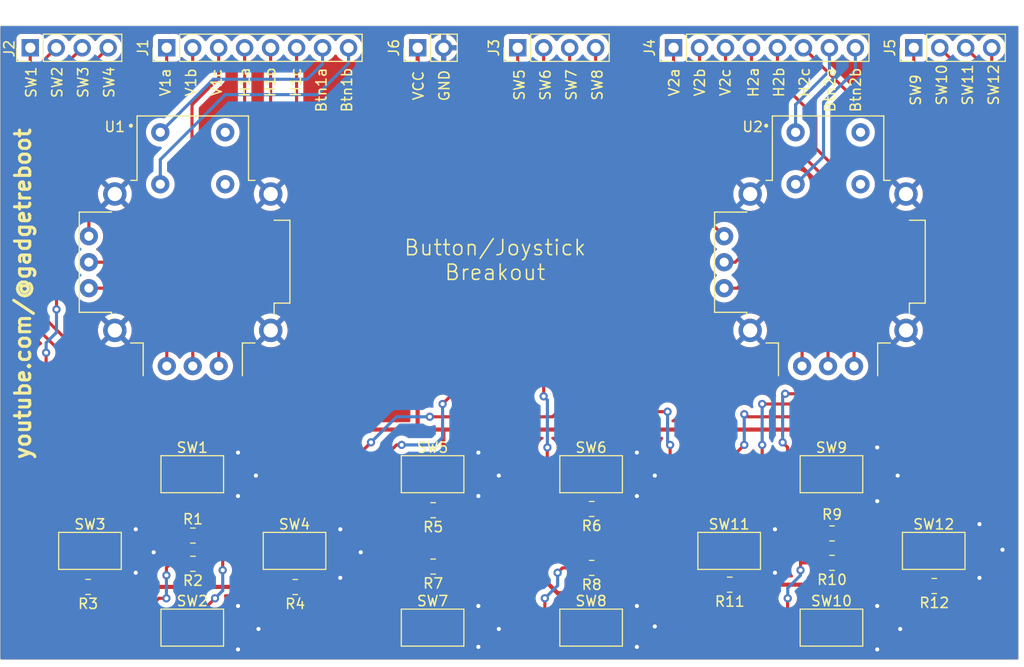
<source format=kicad_pcb>
(kicad_pcb (version 20241229) (generator "pcbnew") (generator_version "9.0")
  (layers (0 "F.Cu" signal) (2 "B.Cu" signal) (13 "F.Paste" user) (15 "B.Paste" user) (5 "F.SilkS" user "F.Silkscreen") (7 "B.SilkS" user "B.Silkscreen") (1 "F.Mask" user) (3 "B.Mask" user) (25 "Edge.Cuts" user))
  (net 0 "")
  (net 1 "GNDREF")
  (net 2 "/SW4")
  (net 3 "/SW3")
  (net 4 "/SW2")
  (net 5 "/SW1")
  (net 6 "VCC")
  (net 7 "/SW5")
  (net 8 "/SW6")
  (net 9 "/SW7")
  (net 10 "/SW8")
  (net 11 "/BTN1A")
  (net 12 "/H1A")
  (net 13 "/V1C")
  (net 14 "/V1B")
  (net 15 "/V1A")
  (net 16 "/BTN1B")
  (net 17 "/H1B")
  (net 18 "/H1C")
  (net 19 "/BTN2B")
  (net 20 "/BTN2A")
  (net 21 "/V2C")
  (net 22 "/V2B")
  (net 23 "/V2A")
  (net 24 "/H2B")
  (net 25 "/H2C")
  (net 26 "/H2A")
  (net 27 "/SW10")
  (net 28 "/SW11")
  (net 29 "/SW12")
  (net 30 "/SW9")
  (footprint "Connector_PinHeader_2.54mm:PinHeader_1x08_P2.54mm_Vertical" (layer "F.Cu") (at 50.31 18.91 90)
    (property "Reference" "J1" (at 0 -2.33 90) (layer "F.SilkS"))
    (property "Value" "Conn_01x08")
    (pad "1" thru_hole rect (at 0 0 90) (size 1.7 1.7) (drill 1) (layers "*.Cu" "*.Mask") (net 15 "/V1A"))
    (pad "2" thru_hole oval (at 0 2.54 90) (size 1.7 1.7) (drill 1) (layers "*.Cu" "*.Mask") (net 14 "/V1B"))
    (pad "3" thru_hole oval (at 0 5.08 90) (size 1.7 1.7) (drill 1) (layers "*.Cu" "*.Mask") (net 13 "/V1C"))
    (pad "4" thru_hole oval (at 0 7.62 90) (size 1.7 1.7) (drill 1) (layers "*.Cu" "*.Mask") (net 12 "/H1A"))
    (pad "5" thru_hole oval (at 0 10.16 90) (size 1.7 1.7) (drill 1) (layers "*.Cu" "*.Mask") (net 17 "/H1B"))
    (pad "6" thru_hole oval (at 0 12.7 90) (size 1.7 1.7) (drill 1) (layers "*.Cu" "*.Mask") (net 18 "/H1C"))
    (pad "7" thru_hole oval (at 0 15.24 90) (size 1.7 1.7) (drill 1) (layers "*.Cu" "*.Mask") (net 11 "/BTN1A"))
    (pad "8" thru_hole oval (at 0 17.78 90) (size 1.7 1.7) (drill 1) (layers "*.Cu" "*.Mask") (net 16 "/BTN1B"))
  )
  (footprint "Connector_PinHeader_2.54mm:PinHeader_1x04_P2.54mm_Vertical" (layer "F.Cu") (at 36.97 18.91 90)
    (property "Reference" "J2" (at -0.086 -2.054 270) (layer "F.SilkS"))
    (property "Value" "Conn_01x04")
    (pad "1" thru_hole rect (at 0 0 90) (size 1.7 1.7) (drill 1) (layers "*.Cu" "*.Mask") (net 5 "/SW1"))
    (pad "2" thru_hole oval (at 0 2.54 90) (size 1.7 1.7) (drill 1) (layers "*.Cu" "*.Mask") (net 4 "/SW2"))
    (pad "3" thru_hole oval (at 0 5.08 90) (size 1.7 1.7) (drill 1) (layers "*.Cu" "*.Mask") (net 3 "/SW3"))
    (pad "4" thru_hole oval (at 0 7.62 90) (size 1.7 1.7) (drill 1) (layers "*.Cu" "*.Mask") (net 2 "/SW4"))
  )
  (footprint "Connector_PinHeader_2.54mm:PinHeader_1x04_P2.54mm_Vertical" (layer "F.Cu") (at 84.63 18.91 90)
    (property "Reference" "J3" (at 0 -2.33 90) (layer "F.SilkS"))
    (property "Value" "Conn_01x04")
    (pad "1" thru_hole rect (at 0 0 90) (size 1.7 1.7) (drill 1) (layers "*.Cu" "*.Mask") (net 7 "/SW5"))
    (pad "2" thru_hole oval (at 0 2.54 90) (size 1.7 1.7) (drill 1) (layers "*.Cu" "*.Mask") (net 8 "/SW6"))
    (pad "3" thru_hole oval (at 0 5.08 90) (size 1.7 1.7) (drill 1) (layers "*.Cu" "*.Mask") (net 9 "/SW7"))
    (pad "4" thru_hole oval (at 0 7.62 90) (size 1.7 1.7) (drill 1) (layers "*.Cu" "*.Mask") (net 10 "/SW8"))
  )
  (footprint "Connector_PinHeader_2.54mm:PinHeader_1x08_P2.54mm_Vertical" (layer "F.Cu") (at 99.87 18.91 90)
    (property "Reference" "J4" (at 0 -2.33 90) (layer "F.SilkS"))
    (property "Value" "Conn_01x08")
    (pad "1" thru_hole rect (at 0 0 90) (size 1.7 1.7) (drill 1) (layers "*.Cu" "*.Mask") (net 23 "/V2A"))
    (pad "2" thru_hole oval (at 0 2.54 90) (size 1.7 1.7) (drill 1) (layers "*.Cu" "*.Mask") (net 22 "/V2B"))
    (pad "3" thru_hole oval (at 0 5.08 90) (size 1.7 1.7) (drill 1) (layers "*.Cu" "*.Mask") (net 21 "/V2C"))
    (pad "4" thru_hole oval (at 0 7.62 90) (size 1.7 1.7) (drill 1) (layers "*.Cu" "*.Mask") (net 26 "/H2A"))
    (pad "5" thru_hole oval (at 0 10.16 90) (size 1.7 1.7) (drill 1) (layers "*.Cu" "*.Mask") (net 24 "/H2B"))
    (pad "6" thru_hole oval (at 0 12.7 90) (size 1.7 1.7) (drill 1) (layers "*.Cu" "*.Mask") (net 25 "/H2C"))
    (pad "7" thru_hole oval (at 0 15.24 90) (size 1.7 1.7) (drill 1) (layers "*.Cu" "*.Mask") (net 20 "/BTN2A"))
    (pad "8" thru_hole oval (at 0 17.78 90) (size 1.7 1.7) (drill 1) (layers "*.Cu" "*.Mask") (net 19 "/BTN2B"))
  )
  (footprint "Connector_PinHeader_2.54mm:PinHeader_1x04_P2.54mm_Vertical" (layer "F.Cu") (at 123.36 18.91 90)
    (property "Reference" "J5" (at 0 -2.33 90) (layer "F.SilkS"))
    (property "Value" "Conn_01x04")
    (pad "1" thru_hole rect (at 0 0 90) (size 1.7 1.7) (drill 1) (layers "*.Cu" "*.Mask") (net 30 "/SW9"))
    (pad "2" thru_hole oval (at 0 2.54 90) (size 1.7 1.7) (drill 1) (layers "*.Cu" "*.Mask") (net 27 "/SW10"))
    (pad "3" thru_hole oval (at 0 5.08 90) (size 1.7 1.7) (drill 1) (layers "*.Cu" "*.Mask") (net 28 "/SW11"))
    (pad "4" thru_hole oval (at 0 7.62 90) (size 1.7 1.7) (drill 1) (layers "*.Cu" "*.Mask") (net 29 "/SW12"))
  )
  (footprint "Connector_PinHeader_2.54mm:PinHeader_1x02_P2.54mm_Vertical" (layer "F.Cu") (at 74.85 18.91 90)
    (property "Reference" "J6" (at 0 -2.33 90) (layer "F.SilkS"))
    (property "Value" "Conn_01x02")
    (pad "1" thru_hole rect (at 0 0 90) (size 1.7 1.7) (drill 1) (layers "*.Cu" "*.Mask") (net 6 "VCC"))
    (pad "2" thru_hole oval (at 0 2.54 90) (size 1.7 1.7) (drill 1) (layers "*.Cu" "*.Mask") (net 1 "GNDREF"))
  )
  (footprint "Resistor_SMD:R_0805_2012Metric_Pad1.20x1.40mm_HandSolder" (layer "F.Cu") (at 52.876 66.606 180)
    (property "Reference" "R1" (at 0 1.6 0) (layer "F.SilkS"))
    (property "Value" "100K")
    (pad "1" smd roundrect (at -1 0 180) (size 1.2 1.4) (layers "F.Cu" "F.Mask" "F.Paste") (roundrect_rratio 0.208333) (net 6 "VCC"))
    (pad "2" smd roundrect (at 1 0 180) (size 1.2 1.4) (layers "F.Cu" "F.Mask" "F.Paste") (roundrect_rratio 0.208333) (net 5 "/SW1"))
  )
  (footprint "Resistor_SMD:R_0805_2012Metric_Pad1.20x1.40mm_HandSolder" (layer "F.Cu") (at 52.876 69.366 180)
    (property "Reference" "R2" (at 0 -1.65 0) (layer "F.SilkS"))
    (property "Value" "100K")
    (pad "1" smd roundrect (at -1 0 180) (size 1.2 1.4) (layers "F.Cu" "F.Mask" "F.Paste") (roundrect_rratio 0.208333) (net 6 "VCC"))
    (pad "2" smd roundrect (at 1 0 180) (size 1.2 1.4) (layers "F.Cu" "F.Mask" "F.Paste") (roundrect_rratio 0.208333) (net 4 "/SW2"))
  )
  (footprint "Resistor_SMD:R_0805_2012Metric_Pad1.20x1.40mm_HandSolder" (layer "F.Cu") (at 42.626 71.626 180)
    (property "Reference" "R3" (at 0 -1.65 0) (layer "F.SilkS"))
    (property "Value" "100K")
    (pad "1" smd roundrect (at -1 0 180) (size 1.2 1.4) (layers "F.Cu" "F.Mask" "F.Paste") (roundrect_rratio 0.208333) (net 6 "VCC"))
    (pad "2" smd roundrect (at 1 0 180) (size 1.2 1.4) (layers "F.Cu" "F.Mask" "F.Paste") (roundrect_rratio 0.208333) (net 3 "/SW3"))
  )
  (footprint "Resistor_SMD:R_0805_2012Metric_Pad1.20x1.40mm_HandSolder" (layer "F.Cu") (at 62.876 71.636 180)
    (property "Reference" "R4" (at 0 -1.65 0) (layer "F.SilkS"))
    (property "Value" "100K")
    (pad "1" smd roundrect (at -1 0 180) (size 1.2 1.4) (layers "F.Cu" "F.Mask" "F.Paste") (roundrect_rratio 0.208333) (net 6 "VCC"))
    (pad "2" smd roundrect (at 1 0 180) (size 1.2 1.4) (layers "F.Cu" "F.Mask" "F.Paste") (roundrect_rratio 0.208333) (net 2 "/SW4"))
  )
  (footprint "_Footprints:SW_SPST_60x35" (layer "F.Cu") (at 52.81 60.605)
    (property "Reference" "SW1" (at 0 -2.6 0) (layer "F.SilkS"))
    (property "Value" "SW_Push")
    (pad "1" smd rect (at -4.29 0) (size 2.18 2.1) (layers "F.Cu" "F.Mask" "F.Paste") (net 5 "/SW1"))
    (pad "2" smd rect (at 4.29 0) (size 2.18 2.1) (layers "F.Cu" "F.Mask" "F.Paste") (net 1 "GNDREF"))
  )
  (footprint "_Footprints:SW_SPST_60x35" (layer "F.Cu") (at 52.81 75.605)
    (property "Reference" "SW2" (at 0 -2.6 0) (layer "F.SilkS"))
    (property "Value" "SW_Push")
    (pad "1" smd rect (at -4.29 0) (size 2.18 2.1) (layers "F.Cu" "F.Mask" "F.Paste") (net 4 "/SW2"))
    (pad "2" smd rect (at 4.29 0) (size 2.18 2.1) (layers "F.Cu" "F.Mask" "F.Paste") (net 1 "GNDREF"))
  )
  (footprint "_Footprints:SW_SPST_60x35" (layer "F.Cu") (at 76.31 60.605)
    (property "Reference" "SW5" (at 0 -2.6 0) (layer "F.SilkS"))
    (property "Value" "SW_Push")
    (pad "1" smd rect (at -4.29 0) (size 2.18 2.1) (layers "F.Cu" "F.Mask" "F.Paste") (net 7 "/SW5"))
    (pad "2" smd rect (at 4.29 0) (size 2.18 2.1) (layers "F.Cu" "F.Mask" "F.Paste") (net 1 "GNDREF"))
  )
  (footprint "_Footprints:SW_SPST_60x35" (layer "F.Cu") (at 42.81 68.105)
    (property "Reference" "SW3" (at 0 -2.6 0) (layer "F.SilkS"))
    (property "Value" "SW_Push")
    (pad "1" smd rect (at -4.29 0) (size 2.18 2.1) (layers "F.Cu" "F.Mask" "F.Paste") (net 3 "/SW3"))
    (pad "2" smd rect (at 4.29 0) (size 2.18 2.1) (layers "F.Cu" "F.Mask" "F.Paste") (net 1 "GNDREF"))
  )
  (footprint "_Footprints:SW_SPST_60x35" (layer "F.Cu") (at 62.81 68.105)
    (property "Reference" "SW4" (at 0 -2.6 0) (layer "F.SilkS"))
    (property "Value" "SW_Push")
    (pad "1" smd rect (at -4.29 0) (size 2.18 2.1) (layers "F.Cu" "F.Mask" "F.Paste") (net 2 "/SW4"))
    (pad "2" smd rect (at 4.29 0) (size 2.18 2.1) (layers "F.Cu" "F.Mask" "F.Paste") (net 1 "GNDREF"))
  )
  (footprint "_Footprints:SW_SPST_60x35" (layer "F.Cu") (at 76.31 75.605)
    (property "Reference" "SW7" (at 0 -2.6 0) (layer "F.SilkS"))
    (property "Value" "SW_Push")
    (pad "1" smd rect (at -4.29 0) (size 2.18 2.1) (layers "F.Cu" "F.Mask" "F.Paste") (net 9 "/SW7"))
    (pad "2" smd rect (at 4.29 0) (size 2.18 2.1) (layers "F.Cu" "F.Mask" "F.Paste") (net 1 "GNDREF"))
  )
  (footprint "_Footprints:SW_SPST_60x35" (layer "F.Cu") (at 91.81 75.605)
    (property "Reference" "SW8" (at 0 -2.6 0) (layer "F.SilkS"))
    (property "Value" "SW_Push")
    (pad "1" smd rect (at -4.29 0) (size 2.18 2.1) (layers "F.Cu" "F.Mask" "F.Paste") (net 10 "/SW8"))
    (pad "2" smd rect (at 4.29 0) (size 2.18 2.1) (layers "F.Cu" "F.Mask" "F.Paste") (net 1 "GNDREF"))
  )
  (footprint "_Footprints:SW_SPST_60x35" (layer "F.Cu") (at 91.81 60.605)
    (property "Reference" "SW6" (at 0 -2.6 0) (layer "F.SilkS"))
    (property "Value" "SW_Push")
    (pad "1" smd rect (at -4.29 0) (size 2.18 2.1) (layers "F.Cu" "F.Mask" "F.Paste") (net 8 "/SW6"))
    (pad "2" smd rect (at 4.29 0) (size 2.18 2.1) (layers "F.Cu" "F.Mask" "F.Paste") (net 1 "GNDREF"))
  )
  (footprint "Resistor_SMD:R_0805_2012Metric_Pad1.20x1.40mm_HandSolder" (layer "F.Cu") (at 76.366001 64.126 180)
    (property "Reference" "R5" (at 0 -1.65 0) (layer "F.SilkS"))
    (property "Value" "100K")
    (pad "1" smd roundrect (at -1 0 180) (size 1.2 1.4) (layers "F.Cu" "F.Mask" "F.Paste") (roundrect_rratio 0.208333) (net 6 "VCC"))
    (pad "2" smd roundrect (at 1 0 180) (size 1.2 1.4) (layers "F.Cu" "F.Mask" "F.Paste") (roundrect_rratio 0.208333) (net 7 "/SW5"))
  )
  (footprint "Resistor_SMD:R_0805_2012Metric_Pad1.20x1.40mm_HandSolder" (layer "F.Cu") (at 91.865999 64.006 180)
    (property "Reference" "R6" (at 0 -1.65 0) (layer "F.SilkS"))
    (property "Value" "100K")
    (pad "1" smd roundrect (at -1 0 180) (size 1.2 1.4) (layers "F.Cu" "F.Mask" "F.Paste") (roundrect_rratio 0.208333) (net 6 "VCC"))
    (pad "2" smd roundrect (at 1 0 180) (size 1.2 1.4) (layers "F.Cu" "F.Mask" "F.Paste") (roundrect_rratio 0.208333) (net 8 "/SW6"))
  )
  (footprint "Resistor_SMD:R_0805_2012Metric_Pad1.20x1.40mm_HandSolder" (layer "F.Cu") (at 115.365999 66.396 180)
    (property "Reference" "R9" (at 0 1.85 0) (layer "F.SilkS"))
    (property "Value" "100K")
    (pad "1" smd roundrect (at -1 0 180) (size 1.2 1.4) (layers "F.Cu" "F.Mask" "F.Paste") (roundrect_rratio 0.208333) (net 6 "VCC"))
    (pad "2" smd roundrect (at 1 0 180) (size 1.2 1.4) (layers "F.Cu" "F.Mask" "F.Paste") (roundrect_rratio 0.208333) (net 30 "/SW9"))
  )
  (footprint "Resistor_SMD:R_0805_2012Metric_Pad1.20x1.40mm_HandSolder" (layer "F.Cu") (at 115.366 69.276 180)
    (property "Reference" "R10" (at 0 -1.65 0) (layer "F.SilkS"))
    (property "Value" "100K")
    (pad "1" smd roundrect (at -1 0 180) (size 1.2 1.4) (layers "F.Cu" "F.Mask" "F.Paste") (roundrect_rratio 0.208333) (net 6 "VCC"))
    (pad "2" smd roundrect (at 1 0 180) (size 1.2 1.4) (layers "F.Cu" "F.Mask" "F.Paste") (roundrect_rratio 0.208333) (net 27 "/SW10"))
  )
  (footprint "Resistor_SMD:R_0805_2012Metric_Pad1.20x1.40mm_HandSolder" (layer "F.Cu") (at 76.366 69.636 180)
    (property "Reference" "R7" (at 0 -1.65 0) (layer "F.SilkS"))
    (property "Value" "100K")
    (pad "1" smd roundrect (at -1 0 180) (size 1.2 1.4) (layers "F.Cu" "F.Mask" "F.Paste") (roundrect_rratio 0.208333) (net 6 "VCC"))
    (pad "2" smd roundrect (at 1 0 180) (size 1.2 1.4) (layers "F.Cu" "F.Mask" "F.Paste") (roundrect_rratio 0.208333) (net 9 "/SW7"))
  )
  (footprint "Resistor_SMD:R_0805_2012Metric_Pad1.20x1.40mm_HandSolder" (layer "F.Cu") (at 91.866 69.766 180)
    (property "Reference" "R8" (at 0 -1.65 0) (layer "F.SilkS"))
    (property "Value" "100K")
    (pad "1" smd roundrect (at -1 0 180) (size 1.2 1.4) (layers "F.Cu" "F.Mask" "F.Paste") (roundrect_rratio 0.208333) (net 6 "VCC"))
    (pad "2" smd roundrect (at 1 0 180) (size 1.2 1.4) (layers "F.Cu" "F.Mask" "F.Paste") (roundrect_rratio 0.208333) (net 10 "/SW8"))
  )
  (footprint "Resistor_SMD:R_0805_2012Metric_Pad1.20x1.40mm_HandSolder" (layer "F.Cu") (at 105.366 71.406 180)
    (property "Reference" "R11" (at 0 -1.65 0) (layer "F.SilkS"))
    (property "Value" "100K")
    (pad "1" smd roundrect (at -1 0 180) (size 1.2 1.4) (layers "F.Cu" "F.Mask" "F.Paste") (roundrect_rratio 0.208333) (net 6 "VCC"))
    (pad "2" smd roundrect (at 1 0 180) (size 1.2 1.4) (layers "F.Cu" "F.Mask" "F.Paste") (roundrect_rratio 0.208333) (net 28 "/SW11"))
  )
  (footprint "Resistor_SMD:R_0805_2012Metric_Pad1.20x1.40mm_HandSolder" (layer "F.Cu") (at 125.366 71.536 180)
    (property "Reference" "R12" (at 0 -1.65 0) (layer "F.SilkS"))
    (property "Value" "100K")
    (pad "1" smd roundrect (at -1 0 180) (size 1.2 1.4) (layers "F.Cu" "F.Mask" "F.Paste") (roundrect_rratio 0.208333) (net 6 "VCC"))
    (pad "2" smd roundrect (at 1 0 180) (size 1.2 1.4) (layers "F.Cu" "F.Mask" "F.Paste") (roundrect_rratio 0.208333) (net 29 "/SW12"))
  )
  (footprint "_Footprints:SW_SPST_60x35" (layer "F.Cu") (at 125.31 68.105)
    (property "Reference" "SW12" (at 0 -2.6 0) (layer "F.SilkS"))
    (property "Value" "SW_Push")
    (pad "1" smd rect (at -4.29 0) (size 2.18 2.1) (layers "F.Cu" "F.Mask" "F.Paste") (net 29 "/SW12"))
    (pad "2" smd rect (at 4.29 0) (size 2.18 2.1) (layers "F.Cu" "F.Mask" "F.Paste") (net 1 "GNDREF"))
  )
  (footprint "_Footprints:XDCR_COM-09032" (layer "F.Cu") (at 114.979331 39.875)
    (property "Reference" "U2" (at -7.375 -13.235 0) (layer "F.SilkS"))
    (property "Value" "Analog Joystick")
    (pad "B1A" thru_hole circle (at -3.175 -12.7) (size 1.778 1.778) (drill 0.9) (layers "*.Cu" "*.Mask") (net 20 "/BTN2A"))
    (pad "B1B" thru_hole circle (at 3.175 -12.7) (size 1.778 1.778) (drill 0.9) (layers "*.Cu" "*.Mask"))
    (pad "B2A" thru_hole circle (at -3.175 -7.62) (size 1.778 1.778) (drill 0.9) (layers "*.Cu" "*.Mask") (net 19 "/BTN2B"))
    (pad "B2B" thru_hole circle (at 3.175 -7.62) (size 1.778 1.778) (drill 0.9) (layers "*.Cu" "*.Mask"))
    (pad "H1" thru_hole circle (at -2.54 10.16) (size 1.778 1.778) (drill 0.889) (layers "*.Cu" "*.Mask") (net 26 "/H2A"))
    (pad "H2" thru_hole circle (at 0 10.16) (size 1.778 1.778) (drill 0.889) (layers "*.Cu" "*.Mask") (net 24 "/H2B"))
    (pad "H3" thru_hole circle (at 2.54 10.16) (size 1.778 1.778) (drill 0.889) (layers "*.Cu" "*.Mask") (net 25 "/H2C"))
    (pad "S1" thru_hole circle (at -7.62 -6.6675) (size 2.286 2.286) (drill 1.397) (layers "*.Cu" "*.Mask") (net 1 "GNDREF"))
    (pad "S2" thru_hole circle (at -7.62 6.6675) (size 2.286 2.286) (drill 1.397) (layers "*.Cu" "*.Mask") (net 1 "GNDREF"))
    (pad "S3" thru_hole circle (at 7.62 6.6675) (size 2.286 2.286) (drill 1.397) (layers "*.Cu" "*.Mask") (net 1 "GNDREF"))
    (pad "S4" thru_hole circle (at 7.62 -6.6675) (size 2.286 2.286) (drill 1.397) (layers "*.Cu" "*.Mask") (net 1 "GNDREF"))
    (pad "V1" thru_hole circle (at -10.16 -2.54) (size 1.778 1.778) (drill 0.889) (layers "*.Cu" "*.Mask") (net 23 "/V2A"))
    (pad "V2" thru_hole circle (at -10.16 0) (size 1.778 1.778) (drill 0.889) (layers "*.Cu" "*.Mask") (net 22 "/V2B"))
    (pad "V3" thru_hole circle (at -10.16 2.54) (size 1.778 1.778) (drill 0.889) (layers "*.Cu" "*.Mask") (net 21 "/V2C"))
  )
  (footprint "_Footprints:SW_SPST_60x35" (layer "F.Cu") (at 105.31 68.105)
    (property "Reference" "SW11" (at 0 -2.6 0) (layer "F.SilkS"))
    (property "Value" "SW_Push")
    (pad "1" smd rect (at -4.29 0) (size 2.18 2.1) (layers "F.Cu" "F.Mask" "F.Paste") (net 28 "/SW11"))
    (pad "2" smd rect (at 4.29 0) (size 2.18 2.1) (layers "F.Cu" "F.Mask" "F.Paste") (net 1 "GNDREF"))
  )
  (footprint "_Footprints:SW_SPST_60x35" (layer "F.Cu") (at 115.31 75.605)
    (property "Reference" "SW10" (at 0 -2.6 0) (layer "F.SilkS"))
    (property "Value" "SW_Push")
    (pad "1" smd rect (at -4.29 0) (size 2.18 2.1) (layers "F.Cu" "F.Mask" "F.Paste") (net 27 "/SW10"))
    (pad "2" smd rect (at 4.29 0) (size 2.18 2.1) (layers "F.Cu" "F.Mask" "F.Paste") (net 1 "GNDREF"))
  )
  (footprint "_Footprints:SW_SPST_60x35" (layer "F.Cu") (at 115.31 60.605)
    (property "Reference" "SW9" (at 0 -2.6 0) (layer "F.SilkS"))
    (property "Value" "SW_Push")
    (pad "1" smd rect (at -4.29 0) (size 2.18 2.1) (layers "F.Cu" "F.Mask" "F.Paste") (net 30 "/SW9"))
    (pad "2" smd rect (at 4.29 0) (size 2.18 2.1) (layers "F.Cu" "F.Mask" "F.Paste") (net 1 "GNDREF"))
  )
  (footprint "_Footprints:XDCR_COM-09032" (layer "F.Cu") (at 52.859777 39.875)
    (property "Reference" "U1" (at -7.625 -13.235 0) (layer "F.SilkS"))
    (property "Value" "Analog Joystick")
    (pad "B1A" thru_hole circle (at -3.175 -12.7) (size 1.778 1.778) (drill 0.9) (layers "*.Cu" "*.Mask") (net 11 "/BTN1A"))
    (pad "B1B" thru_hole circle (at 3.175 -12.7) (size 1.778 1.778) (drill 0.9) (layers "*.Cu" "*.Mask"))
    (pad "B2A" thru_hole circle (at -3.175 -7.62) (size 1.778 1.778) (drill 0.9) (layers "*.Cu" "*.Mask") (net 16 "/BTN1B"))
    (pad "B2B" thru_hole circle (at 3.175 -7.62) (size 1.778 1.778) (drill 0.9) (layers "*.Cu" "*.Mask"))
    (pad "H1" thru_hole circle (at -2.54 10.16) (size 1.778 1.778) (drill 0.889) (layers "*.Cu" "*.Mask") (net 12 "/H1A"))
    (pad "H2" thru_hole circle (at 0 10.16) (size 1.778 1.778) (drill 0.889) (layers "*.Cu" "*.Mask") (net 17 "/H1B"))
    (pad "H3" thru_hole circle (at 2.54 10.16) (size 1.778 1.778) (drill 0.889) (layers "*.Cu" "*.Mask") (net 18 "/H1C"))
    (pad "S1" thru_hole circle (at -7.62 -6.6675) (size 2.286 2.286) (drill 1.397) (layers "*.Cu" "*.Mask") (net 1 "GNDREF"))
    (pad "S2" thru_hole circle (at -7.62 6.6675) (size 2.286 2.286) (drill 1.397) (layers "*.Cu" "*.Mask") (net 1 "GNDREF"))
    (pad "S3" thru_hole circle (at 7.62 6.6675) (size 2.286 2.286) (drill 1.397) (layers "*.Cu" "*.Mask") (net 1 "GNDREF"))
    (pad "S4" thru_hole circle (at 7.62 -6.6675) (size 2.286 2.286) (drill 1.397) (layers "*.Cu" "*.Mask") (net 1 "GNDREF"))
    (pad "V1" thru_hole circle (at -10.16 -2.54) (size 1.778 1.778) (drill 0.889) (layers "*.Cu" "*.Mask") (net 15 "/V1A"))
    (pad "V2" thru_hole circle (at -10.16 0) (size 1.778 1.778) (drill 0.889) (layers "*.Cu" "*.Mask") (net 14 "/V1B"))
    (pad "V3" thru_hole circle (at -10.16 2.54) (size 1.778 1.778) (drill 0.889) (layers "*.Cu" "*.Mask") (net 13 "/V1C"))
  )
  (gr_line (start 34.036 78.74) (end 133.604 78.74) (stroke (width 0.05)) (layer "Edge.Cuts"))
  (gr_line (start 34.036 16.75) (end 34.036 78.74) (stroke (width 0.05)) (layer "Edge.Cuts"))
  (gr_line (start 133.604 78.74) (end 133.604 16.75) (stroke (width 0.05)) (layer "Edge.Cuts"))
  (gr_line (start 133.604 16.75) (end 34.036 16.75) (stroke (width 0.05)) (layer "Edge.Cuts"))
  (gr_text "VCC" (at 74.92 22.608 90) (layer "F.SilkS") (effects (font (size 1 1))))
  (gr_text "GND" (at 77.46 22.608 90) (layer "F.SilkS") (effects (font (size 1 1))))
  (gr_text "SW1\n" (at 37.06 22.288 90) (layer "F.SilkS") (effects (font (size 1 1))))
  (gr_text "SW2\n" (at 39.6 22.288 90) (layer "F.SilkS") (effects (font (size 1 1))))
  (gr_text "SW3\n" (at 42.14 22.288 90) (layer "F.SilkS") (effects (font (size 1 1))))
  (gr_text "SW4\n" (at 44.68 22.288 90) (layer "F.SilkS") (effects (font (size 1 1))))
  (gr_text "SW5" (at 84.8 22.538 90) (layer "F.SilkS") (effects (font (size 1 1))))
  (gr_text "SW6" (at 87.34 22.538 90) (layer "F.SilkS") (effects (font (size 1 1))))
  (gr_text "SW7" (at 89.88 22.538 90) (layer "F.SilkS") (effects (font (size 1 1))))
  (gr_text "SW8" (at 92.42 22.538 90) (layer "F.SilkS") (effects (font (size 1 1))))
  (gr_text "Button/Joystick\nBreakout" (at 82.418 39.664 0) (layer "F.SilkS") (effects (font (size 1.5 1.5))))
  (gr_text "youtube.com/@gadgetreboot" (at 36.242 42.956 90) (layer "F.SilkS") (effects (font (size 1.5 1.5) (thickness 0.3))))
  (gr_text "V2c" (at 104.93 22.288 90) (layer "F.SilkS") (effects (font (size 1 1))))
  (gr_text "V1b" (at 52.68 22.288 90) (layer "F.SilkS") (effects (font (size 1 1))))
  (gr_text "H2a" (at 107.68 22.288 90) (layer "F.SilkS") (effects (font (size 1 1))))
  (gr_text "SW10" (at 126.09 22.538 90) (layer "F.SilkS") (effects (font (size 1 1))))
  (gr_text "Btn1b" (at 67.93 23.038 90) (layer "F.SilkS") (effects (font (size 1 1))))
  (gr_text "V1c" (at 55.18 22.288 90) (layer "F.SilkS") (effects (font (size 1 1))))
  (gr_text "Btn2a" (at 115.18 23.038 90) (layer "F.SilkS") (effects (font (size 1 1))))
  (gr_text "V1a" (at 50.18 22.288 90) (layer "F.SilkS") (effects (font (size 1 1))))
  (gr_text "H1a" (at 57.93 22.288 90) (layer "F.SilkS") (effects (font (size 1 1))))
  (gr_text "V2a" (at 99.93 22.288 90) (layer "F.SilkS") (effects (font (size 1 1))))
  (gr_text "H2c" (at 112.68 22.288 90) (layer "F.SilkS") (effects (font (size 1 1))))
  (gr_text "Btn1a" (at 65.43 23.038 90) (layer "F.SilkS") (effects (font (size 1 1))))
  (gr_text "SW9" (at 123.55 23.038 90) (layer "F.SilkS") (effects (font (size 1 1))))
  (gr_text "H1c" (at 62.93 22.288 90) (layer "F.SilkS") (effects (font (size 1 1))))
  (gr_text "Btn2b" (at 117.68 23.038 90) (layer "F.SilkS") (effects (font (size 1 1))))
  (gr_text "SW11" (at 128.63 22.538 90) (layer "F.SilkS") (effects (font (size 1 1))))
  (gr_text "V2b" (at 102.43 22.288 90) (layer "F.SilkS") (effects (font (size 1 1))))
  (gr_text "H1b" (at 60.43 22.288 90) (layer "F.SilkS") (effects (font (size 1 1))))
  (gr_text "SW12" (at 131.17 22.538 90) (layer "F.SilkS") (effects (font (size 1 1))))
  (gr_text "H2b" (at 110.18 22.288 90) (layer "F.SilkS") (effects (font (size 1 1))))
  (via (at 132.036 67.99) (size 0.8) (drill 0.4) (layers "F.Cu" "B.Cu") (net 1))
  (via (at 119.786 57.99) (size 0.8) (drill 0.4) (layers "F.Cu" "B.Cu") (net 1))
  (via (at 96.286 58.49) (size 0.8) (drill 0.4) (layers "F.Cu" "B.Cu") (net 1))
  (via (at 57.286 77.74) (size 0.8) (drill 0.4) (layers "F.Cu" "B.Cu") (net 1))
  (via (at 49.036 68.24) (size 0.8) (drill 0.4) (layers "F.Cu" "B.Cu") (net 1))
  (via (at 96.286 62.74) (size 0.8) (drill 0.4) (layers "F.Cu" "B.Cu") (net 1))
  (via (at 57.286 58.49) (size 0.8) (drill 0.4) (layers "F.Cu" "B.Cu") (net 1))
  (via (at 57.286 73.49) (size 0.8) (drill 0.4) (layers "F.Cu" "B.Cu") (net 1))
  (via (at 82.786 75.74) (size 0.8) (drill 0.4) (layers "F.Cu" "B.Cu") (net 1))
  (via (at 47.286 70.24) (size 0.8) (drill 0.4) (layers "F.Cu" "B.Cu") (net 1))
  (via (at 47.286 65.99) (size 0.8) (drill 0.4) (layers "F.Cu" "B.Cu") (net 1))
  (via (at 109.786 65.99) (size 0.8) (drill 0.4) (layers "F.Cu" "B.Cu") (net 1))
  (via (at 59.036 60.74) (size 0.8) (drill 0.4) (layers "F.Cu" "B.Cu") (net 1))
  (via (at 69.286 68.24) (size 0.8) (drill 0.4) (layers "F.Cu" "B.Cu") (net 1))
  (via (at 98.036 60.74) (size 0.8) (drill 0.4) (layers "F.Cu" "B.Cu") (net 1))
  (via (at 96.286 73.49) (size 0.8) (drill 0.4) (layers "F.Cu" "B.Cu") (net 1))
  (via (at 121.786 60.74) (size 0.8) (drill 0.4) (layers "F.Cu" "B.Cu") (net 1))
  (via (at 82.786 60.74) (size 0.8) (drill 0.4) (layers "F.Cu" "B.Cu") (net 1))
  (via (at 80.786 73.49) (size 0.8) (drill 0.4) (layers "F.Cu" "B.Cu") (net 1))
  (via (at 67.286 70.74) (size 0.8) (drill 0.4) (layers "F.Cu" "B.Cu") (net 1))
  (via (at 119.786 73.49) (size 0.8) (drill 0.4) (layers "F.Cu" "B.Cu") (net 1))
  (via (at 96.286 77.49) (size 0.8) (drill 0.4) (layers "F.Cu" "B.Cu") (net 1))
  (via (at 129.786 70.74) (size 0.8) (drill 0.4) (layers "F.Cu" "B.Cu") (net 1))
  (via (at 119.786 77.74) (size 0.8) (drill 0.4) (layers "F.Cu" "B.Cu") (net 1))
  (via (at 98.036 75.49) (size 0.8) (drill 0.4) (layers "F.Cu" "B.Cu") (net 1))
  (via (at 109.786 70.24) (size 0.8) (drill 0.4) (layers "F.Cu" "B.Cu") (net 1))
  (via (at 80.786 62.74) (size 0.8) (drill 0.4) (layers "F.Cu" "B.Cu") (net 1))
  (via (at 59.286 75.74) (size 0.8) (drill 0.4) (layers "F.Cu" "B.Cu") (net 1))
  (via (at 129.786 65.49) (size 0.8) (drill 0.4) (layers "F.Cu" "B.Cu") (net 1))
  (via (at 122.036 75.74) (size 0.8) (drill 0.4) (layers "F.Cu" "B.Cu") (net 1))
  (via (at 57.286 62.74) (size 0.8) (drill 0.4) (layers "F.Cu" "B.Cu") (net 1))
  (via (at 80.786 58.49) (size 0.8) (drill 0.4) (layers "F.Cu" "B.Cu") (net 1))
  (via (at 67.286 65.99) (size 0.8) (drill 0.4) (layers "F.Cu" "B.Cu") (net 1))
  (via (at 119.786 63.24) (size 0.8) (drill 0.4) (layers "F.Cu" "B.Cu") (net 1))
  (via (at 80.786 77.49) (size 0.8) (drill 0.4) (layers "F.Cu" "B.Cu") (net 1))
  (segment (start 61.876 71.636) (end 59.932 71.636) (width 0.3048) (layer "F.Cu") (net 2))
  (segment (start 40.786 45.49) (end 52.536 57.24) (width 0.3048) (layer "F.Cu") (net 2))
  (segment (start 55.036 62.99) (end 58.52 66.474) (width 0.3048) (layer "F.Cu") (net 2))
  (segment (start 59.932 71.636) (end 58.52 70.224) (width 0.3048) (layer "F.Cu") (net 2))
  (segment (start 52.536 61.99) (end 53.536 62.99) (width 0.3048) (layer "F.Cu") (net 2))
  (segment (start 58.52 70.224) (end 58.52 68.105) (width 0.3048) (layer "F.Cu") (net 2))
  (segment (start 53.536 62.99) (end 55.036 62.99) (width 0.3048) (layer "F.Cu") (net 2))
  (segment (start 44.59 18.91) (end 40.786 22.714) (width 0.3048) (layer "F.Cu") (net 2))
  (segment (start 40.786 22.714) (end 40.786 45.49) (width 0.3048) (layer "F.Cu") (net 2))
  (segment (start 52.536 57.24) (end 52.536 61.99) (width 0.3048) (layer "F.Cu") (net 2))
  (segment (start 58.52 66.474) (end 58.52 68.105) (width 0.3048) (layer "F.Cu") (net 2))
  (segment (start 39.536 22.24) (end 39.536 30.99) (width 0.3048) (layer "F.Cu") (net 3))
  (segment (start 39.922 71.626) (end 38.52 70.224) (width 0.3048) (layer "F.Cu") (net 3))
  (segment (start 38.52 48.724) (end 38.52 68.105) (width 0.3048) (layer "F.Cu") (net 3))
  (segment (start 41.626 71.626) (end 39.922 71.626) (width 0.3048) (layer "F.Cu") (net 3))
  (segment (start 38.52 70.224) (end 38.52 68.105) (width 0.3048) (layer "F.Cu") (net 3))
  (segment (start 39.536 30.99) (end 39.536 44.49) (width 0.3048) (layer "F.Cu") (net 3))
  (segment (start 39.536 21.424) (end 39.536 22.24) (width 0.3048) (layer "F.Cu") (net 3))
  (segment (start 42.05 18.91) (end 39.536 21.424) (width 0.3048) (layer "F.Cu") (net 3))
  (via (at 38.52 48.724) (size 0.8) (drill 0.4) (layers "F.Cu" "B.Cu") (net 3))
  (via (at 39.536 44.49) (size 0.8) (drill 0.4) (layers "F.Cu" "B.Cu") (net 3))
  (segment (start 39.536 46.74) (end 39.536 44.49) (width 0.3048) (layer "B.Cu") (net 3))
  (segment (start 38.52 48.724) (end 38.52 47.756) (width 0.3048) (layer "B.Cu") (net 3))
  (segment (start 38.52 47.756) (end 39.536 46.74) (width 0.3048) (layer "B.Cu") (net 3))
  (segment (start 49.536 72.74) (end 48.52 73.756) (width 0.3048) (layer "F.Cu") (net 4))
  (segment (start 52.536 64.24) (end 54.286 64.24) (width 0.3048) (layer "F.Cu") (net 4))
  (segment (start 50.286 72.74) (end 49.536 72.74) (width 0.3048) (layer "F.Cu") (net 4))
  (segment (start 38.286 20.134) (end 38.286 45.24) (width 0.3048) (layer "F.Cu") (net 4))
  (segment (start 51.036 62.74) (end 52.536 64.24) (width 0.3048) (layer "F.Cu") (net 4))
  (segment (start 54.286 64.24) (end 55.786 65.74) (width 0.3048) (layer "F.Cu") (net 4))
  (segment (start 50.286 69.74) (end 50.286 70.49) (width 0.3048) (layer "F.Cu") (net 4))
  (segment (start 51.876 69.366) (end 50.66 69.366) (width 0.3048) (layer "F.Cu") (net 4))
  (segment (start 55.786 65.74) (end 55.786 69.99) (width 0.3048) (layer "F.Cu") (net 4))
  (segment (start 38.286 45.24) (end 51.036 57.99) (width 0.3048) (layer "F.Cu") (net 4))
  (segment (start 50.66 69.366) (end 50.286 69.74) (width 0.3048) (layer "F.Cu") (net 4))
  (segment (start 52.171 75.605) (end 48.52 75.605) (width 0.3048) (layer "F.Cu") (net 4))
  (segment (start 55.036 72.74) (end 52.171 75.605) (width 0.3048) (layer "F.Cu") (net 4))
  (segment (start 48.52 73.756) (end 48.52 75.605) (width 0.3048) (layer "F.Cu") (net 4))
  (segment (start 39.51 18.91) (end 38.286 20.134) (width 0.3048) (layer "F.Cu") (net 4))
  (segment (start 51.036 57.99) (end 51.036 62.74) (width 0.3048) (layer "F.Cu") (net 4))
  (via (at 55.036 72.74) (size 0.8) (drill 0.4) (layers "F.Cu" "B.Cu") (net 4))
  (via (at 55.786 69.99) (size 0.8) (drill 0.4) (layers "F.Cu" "B.Cu") (net 4))
  (via (at 50.286 72.74) (size 0.8) (drill 0.4) (layers "F.Cu" "B.Cu") (net 4))
  (via (at 50.286 70.49) (size 0.8) (drill 0.4) (layers "F.Cu" "B.Cu") (net 4))
  (segment (start 55.786 71.99) (end 55.036 72.74) (width 0.3048) (layer "B.Cu") (net 4))
  (segment (start 50.286 70.49) (end 50.286 72.74) (width 0.3048) (layer "B.Cu") (net 4))
  (segment (start 55.786 69.99) (end 55.786 71.99) (width 0.3048) (layer "B.Cu") (net 4))
  (segment (start 50.902 66.606) (end 48.52 64.224) (width 0.3048) (layer "F.Cu") (net 5))
  (segment (start 36.97 45.674) (end 48.52 57.224) (width 0.3048) (layer "F.Cu") (net 5))
  (segment (start 51.876 66.606) (end 50.902 66.606) (width 0.3048) (layer "F.Cu") (net 5))
  (segment (start 36.97 18.91) (end 36.97 45.674) (width 0.3048) (layer "F.Cu") (net 5))
  (segment (start 48.52 64.224) (end 48.52 60.605) (width 0.3048) (layer "F.Cu") (net 5))
  (segment (start 48.52 57.224) (end 48.52 60.605) (width 0.3048) (layer "F.Cu") (net 5))
  (segment (start 92.866 71.66) (end 92.866 69.766) (width 0.4064) (layer "F.Cu") (net 6))
  (segment (start 60.536 74.24) (end 63.286 74.24) (width 0.4064) (layer "F.Cu") (net 6))
  (segment (start 106.366 71.406) (end 116.536 71.406) (width 0.4064) (layer "F.Cu") (net 6))
  (segment (start 116.366 71.236) (end 116.536 71.406) (width 0.4064) (layer "F.Cu") (net 6))
  (segment (start 63.876 71.636) (end 63.876 59.65) (width 0.4064) (layer "F.Cu") (net 6))
  (segment (start 63.876 59.65) (end 67.286 56.24) (width 0.4064) (layer "F.Cu") (net 6))
  (segment (start 74.85 18.91) (end 74.85 56.176) (width 0.4064) (layer "F.Cu") (net 6))
  (segment (start 120.202 71.406) (end 122.786 73.99) (width 0.4064) (layer "F.Cu") (net 6))
  (segment (start 74.786 56.24) (end 77.286 56.24) (width 0.4064) (layer "F.Cu") (net 6))
  (segment (start 116.365999 58.569999) (end 116.365999 66.396) (width 0.4064) (layer "F.Cu") (net 6))
  (segment (start 77.366 69.636) (end 77.366001 64.126) (width 0.4064) (layer "F.Cu") (net 6))
  (segment (start 88.536 72.24) (end 92.286 72.24) (width 0.4064) (layer "F.Cu") (net 6))
  (segment (start 54.036 71.626) (end 57.922 71.626) (width 0.4064) (layer "F.Cu") (net 6))
  (segment (start 92.865999 64.006) (end 92.866 69.766) (width 0.4064) (layer "F.Cu") (net 6))
  (segment (start 114.036 56.24) (end 116.365999 58.569999) (width 0.4064) (layer "F.Cu") (net 6))
  (segment (start 63.876 73.65) (end 63.876 71.636) (width 0.4064) (layer "F.Cu") (net 6))
  (segment (start 116.536 71.406) (end 120.202 71.406) (width 0.4064) (layer "F.Cu") (net 6))
  (segment (start 43.626 71.626) (end 54.036 71.626) (width 0.4064) (layer "F.Cu") (net 6))
  (segment (start 126.366 72.91) (end 126.366 71.536) (width 0.4064) (layer "F.Cu") (net 6))
  (segment (start 116.366 69.276) (end 116.366 71.236) (width 0.4064) (layer "F.Cu") (net 6))
  (segment (start 63.286 74.24) (end 63.876 73.65) (width 0.4064) (layer "F.Cu") (net 6))
  (segment (start 53.876 71.466) (end 54.036 71.626) (width 0.4064) (layer "F.Cu") (net 6))
  (segment (start 77.286 56.24) (end 114.036 56.24) (width 0.4064) (layer "F.Cu") (net 6))
  (segment (start 122.786 73.99) (end 125.286 73.99) (width 0.4064) (layer "F.Cu") (net 6))
  (segment (start 85.932 69.636) (end 88.536 72.24) (width 0.4064) (layer "F.Cu") (net 6))
  (segment (start 92.286 72.24) (end 92.866 71.66) (width 0.4064) (layer "F.Cu") (net 6))
  (segment (start 125.286 73.99) (end 126.366 72.91) (width 0.4064) (layer "F.Cu") (net 6))
  (segment (start 77.366001 64.126) (end 77.366001 56.320001) (width 0.4064) (layer "F.Cu") (net 6))
  (segment (start 116.365999 66.396) (end 116.366 69.276) (width 0.4064) (layer "F.Cu") (net 6))
  (segment (start 53.876 69.366) (end 53.876 71.466) (width 0.4064) (layer "F.Cu") (net 6))
  (segment (start 77.366 69.636) (end 85.932 69.636) (width 0.4064) (layer "F.Cu") (net 6))
  (segment (start 67.286 56.24) (end 74.786 56.24) (width 0.4064) (layer "F.Cu") (net 6))
  (segment (start 74.85 56.176) (end 74.786 56.24) (width 0.4064) (layer "F.Cu") (net 6))
  (segment (start 77.366001 56.320001) (end 77.286 56.24) (width 0.4064) (layer "F.Cu") (net 6))
  (segment (start 53.876 66.606) (end 53.876 69.366) (width 0.4064) (layer "F.Cu") (net 6))
  (segment (start 57.922 71.626) (end 60.536 74.24) (width 0.4064) (layer "F.Cu") (net 6))
  (segment (start 73.172 64.126) (end 72.02 62.974) (width 0.3048) (layer "F.Cu") (net 7))
  (segment (start 73.286 57.74) (end 72.786 57.74) (width 0.3048) (layer "F.Cu") (net 7))
  (segment (start 77.286 53.74) (end 84.63 46.396) (width 0.3048) (layer "F.Cu") (net 7))
  (segment (start 72.02 58.506) (end 72.02 60.605) (width 0.3048) (layer "F.Cu") (net 7))
  (segment (start 84.63 46.396) (end 84.63 18.91) (width 0.3048) (layer "F.Cu") (net 7))
  (segment (start 72.786 57.74) (end 72.02 58.506) (width 0.3048) (layer "F.Cu") (net 7))
  (segment (start 72.02 62.974) (end 72.02 60.605) (width 0.3048) (layer "F.Cu") (net 7))
  (segment (start 75.366001 64.126) (end 73.172 64.126) (width 0.3048) (layer "F.Cu") (net 7))
  (via (at 73.286 57.74) (size 0.8) (drill 0.4) (layers "F.Cu" "B.Cu") (net 7))
  (via (at 77.286 53.74) (size 0.8) (drill 0.4) (layers "F.Cu" "B.Cu") (net 7))
  (segment (start 76.536 57.74) (end 73.286 57.74) (width 0.3048) (layer "B.Cu") (net 7))
  (segment (start 77.286 56.99) (end 76.536 57.74) (width 0.3048) (layer "B.Cu") (net 7))
  (segment (start 77.286 53.74) (end 77.286 56.99) (width 0.3048) (layer "B.Cu") (net 7))
  (segment (start 90.865999 64.006) (end 88.552 64.006) (width 0.3048) (layer "F.Cu") (net 8))
  (segment (start 87.17 52.99) (end 87.17 18.91) (width 0.3048) (layer "F.Cu") (net 8))
  (segment (start 87.52 58.006) (end 87.536 57.99) (width 0.3048) (layer "F.Cu") (net 8))
  (segment (start 87.52 60.605) (end 87.52 58.006) (width 0.3048) (layer "F.Cu") (net 8))
  (segment (start 87.52 62.974) (end 87.52 60.605) (width 0.3048) (layer "F.Cu") (net 8))
  (segment (start 88.552 64.006) (end 87.52 62.974) (width 0.3048) (layer "F.Cu") (net 8))
  (via (at 87.536 57.99) (size 0.8) (drill 0.4) (layers "F.Cu" "B.Cu") (net 8))
  (via (at 87.17 52.99) (size 0.8) (drill 0.4) (layers "F.Cu" "B.Cu") (net 8))
  (segment (start 87.536 53.356) (end 87.536 57.99) (width 0.3048) (layer "B.Cu") (net 8))
  (segment (start 87.17 52.99) (end 87.536 53.356) (width 0.3048) (layer "B.Cu") (net 8))
  (segment (start 89.71 18.91) (end 89.71 53.316) (width 0.3048) (layer "F.Cu") (net 9))
  (segment (start 72.02 66.256) (end 72.02 69.74) (width 0.3048) (layer "F.Cu") (net 9))
  (segment (start 77.536 54.99) (end 76.036 54.99) (width 0.3048) (layer "F.Cu") (net 9))
  (segment (start 75.366 69.636) (end 72.124 69.636) (width 0.3048) (layer "F.Cu") (net 9))
  (segment (start 72.02 69.74) (end 72.02 75.605) (width 0.3048) (layer "F.Cu") (net 9))
  (segment (start 70.286 57.49) (end 69.036 58.74) (width 0.3048) (layer "F.Cu") (net 9))
  (segment (start 89.71 53.316) (end 89.536 53.49) (width 0.3048) (layer "F.Cu") (net 9))
  (segment (start 89.536 53.49) (end 88.536 54.49) (width 0.3048) (layer "F.Cu") (net 9))
  (segment (start 88.036 54.99) (end 77.536 54.99) (width 0.3048) (layer "F.Cu") (net 9))
  (segment (start 88.536 54.49) (end 88.036 54.99) (width 0.3048) (layer "F.Cu") (net 9))
  (segment (start 72.124 69.636) (end 72.02 69.74) (width 0.3048) (layer "F.Cu") (net 9))
  (segment (start 72.036 66.24) (end 72.02 66.256) (width 0.3048) (layer "F.Cu") (net 9))
  (segment (start 69.036 58.74) (end 69.036 63.24) (width 0.3048) (layer "F.Cu") (net 9))
  (segment (start 69.036 63.24) (end 72.036 66.24) (width 0.3048) (layer "F.Cu") (net 9))
  (via (at 76.036 54.99) (size 0.8) (drill 0.4) (layers "F.Cu" "B.Cu") (net 9))
  (via (at 70.286 57.49) (size 0.8) (drill 0.4) (layers "F.Cu" "B.Cu") (net 9))
  (segment (start 72.786 54.99) (end 70.286 57.49) (width 0.3048) (layer "B.Cu") (net 9))
  (segment (start 76.036 54.99) (end 72.786 54.99) (width 0.3048) (layer "B.Cu") (net 9))
  (segment (start 87.286 75.371) (end 87.52 75.605) (width 0.3048) (layer "F.Cu") (net 10))
  (segment (start 93.786 54.49) (end 99.286 54.49) (width 0.3048) (layer "F.Cu") (net 10))
  (segment (start 90.866 69.766) (end 89.01 69.766) (width 0.3048) (layer "F.Cu") (net 10))
  (segment (start 87.286 72.74) (end 87.286 75.371) (width 0.3048) (layer "F.Cu") (net 10))
  (segment (start 91.421 75.605) (end 95.286 71.74) (width 0.3048) (layer "F.Cu") (net 10))
  (segment (start 99.536 63.24) (end 99.536 57.74) (width 0.3048) (layer "F.Cu") (net 10))
  (segment (start 92.25 45.954) (end 92.286 45.99) (width 0.3048) (layer "F.Cu") (net 10))
  (segment (start 92.25 18.91) (end 92.25 45.954) (width 0.3048) (layer "F.Cu") (net 10))
  (segment (start 92.286 45.99) (end 92.286 52.99) (width 0.3048) (layer "F.Cu") (net 10))
  (segment (start 95.286 67.49) (end 99.536 63.24) (width 0.3048) (layer "F.Cu") (net 10))
  (segment (start 87.52 75.605) (end 91.421 75.605) (width 0.3048) (layer "F.Cu") (net 10))
  (segment (start 95.286 71.74) (end 95.286 67.49) (width 0.3048) (layer "F.Cu") (net 10))
  (segment (start 89.01 69.766) (end 88.536 70.24) (width 0.3048) (layer "F.Cu") (net 10))
  (segment (start 92.286 52.99) (end 93.786 54.49) (width 0.3048) (layer "F.Cu") (net 10))
  (via (at 99.286 54.49) (size 0.8) (drill 0.4) (layers "F.Cu" "B.Cu") (net 10))
  (via (at 99.536 57.74) (size 0.8) (drill 0.4) (layers "F.Cu" "B.Cu") (net 10))
  (via (at 87.286 72.74) (size 0.8) (drill 0.4) (layers "F.Cu" "B.Cu") (net 10))
  (via (at 88.536 70.24) (size 0.8) (drill 0.4) (layers "F.Cu" "B.Cu") (net 10))
  (segment (start 88.536 71.49) (end 87.286 72.74) (width 0.3048) (layer "B.Cu") (net 10))
  (segment (start 88.536 70.24) (end 88.536 71.49) (width 0.3048) (layer "B.Cu") (net 10))
  (segment (start 99.286 57.49) (end 99.536 57.74) (width 0.3048) (layer "B.Cu") (net 10))
  (segment (start 99.286 54.49) (end 99.286 57.49) (width 0.3048) (layer "B.Cu") (net 10))
  (segment (start 49.684777 27.175) (end 54.869777 21.99) (width 0.3048) (layer "B.Cu") (net 11))
  (segment (start 64.036 21.99) (end 65.55 20.476) (width 0.3048) (layer "B.Cu") (net 11))
  (segment (start 65.55 20.476) (end 65.55 18.91) (width 0.3048) (layer "B.Cu") (net 11))
  (segment (start 54.869777 21.99) (end 64.036 21.99) (width 0.3048) (layer "B.Cu") (net 11))
  (segment (start 50.319777 43.706223) (end 50.319777 50.035) (width 0.3048) (layer "F.Cu") (net 12))
  (segment (start 57.93 36.096) (end 50.319777 43.706223) (width 0.3048) (layer "F.Cu") (net 12))
  (segment (start 57.93 18.91) (end 57.93 36.096) (width 0.3048) (layer "F.Cu") (net 12))
  (segment (start 42.699777 42.415) (end 45.361 42.415) (width 0.3048) (layer "F.Cu") (net 13))
  (segment (start 52.786 34.99) (end 52.786 24.49) (width 0.3048) (layer "F.Cu") (net 13))
  (segment (start 52.786 24.49) (end 55.39 21.886) (width 0.3048) (layer "F.Cu") (net 13))
  (segment (start 45.361 42.415) (end 52.786 34.99) (width 0.3048) (layer "F.Cu") (net 13))
  (segment (start 55.39 21.886) (end 55.39 18.91) (width 0.3048) (layer "F.Cu") (net 13))
  (segment (start 45.401 39.875) (end 42.699777 39.875) (width 0.3048) (layer "F.Cu") (net 14))
  (segment (start 47.536 26.24) (end 47.536 37.74) (width 0.3048) (layer "F.Cu") (net 14))
  (segment (start 52.85 20.926) (end 47.536 26.24) (width 0.3048) (layer "F.Cu") (net 14))
  (segment (start 52.85 18.91) (end 52.85 20.926) (width 0.3048) (layer "F.Cu") (net 14))
  (segment (start 47.536 37.74) (end 45.401 39.875) (width 0.3048) (layer "F.Cu") (net 14))
  (segment (start 42.699777 28.826223) (end 42.699777 37.335) (width 0.3048) (layer "F.Cu") (net 15))
  (segment (start 50.31 18.91) (end 50.31 21.216) (width 0.3048) (layer "F.Cu") (net 15))
  (segment (start 50.31 21.216) (end 42.699777 28.826223) (width 0.3048) (layer "F.Cu") (net 15))
  (segment (start 65.036 23.49) (end 68.09 20.436) (width 0.3048) (layer "B.Cu") (net 16))
  (segment (start 68.09 20.436) (end 68.09 18.91) (width 0.3048) (layer "B.Cu") (net 16))
  (segment (start 49.684777 32.255) (end 49.684777 29.841223) (width 0.3048) (layer "B.Cu") (net 16))
  (segment (start 49.684777 29.841223) (end 56.036 23.49) (width 0.3048) (layer "B.Cu") (net 16))
  (segment (start 56.036 23.49) (end 65.036 23.49) (width 0.3048) (layer "B.Cu") (net 16))
  (segment (start 62.536 35.74) (end 62.536 27.49) (width 0.3048) (layer "F.Cu") (net 17))
  (segment (start 62.536 27.49) (end 60.47 25.424) (width 0.3048) (layer "F.Cu") (net 17))
  (segment (start 52.859777 45.416223) (end 62.536 35.74) (width 0.3048) (layer "F.Cu") (net 17))
  (segment (start 60.47 25.424) (end 60.47 18.91) (width 0.3048) (layer "F.Cu") (net 17))
  (segment (start 52.859777 50.035) (end 52.859777 45.416223) (width 0.3048) (layer "F.Cu") (net 17))
  (segment (start 64.036 37.74) (end 55.399777 46.376223) (width 0.3048) (layer "F.Cu") (net 18))
  (segment (start 63.01 25.714) (end 64.036 26.74) (width 0.3048) (layer "F.Cu") (net 18))
  (segment (start 63.01 18.91) (end 63.01 25.714) (width 0.3048) (layer "F.Cu") (net 18))
  (segment (start 55.399777 46.376223) (end 55.399777 50.035) (width 0.3048) (layer "F.Cu") (net 18))
  (segment (start 64.036 26.74) (end 64.036 37.74) (width 0.3048) (layer "F.Cu") (net 18))
  (segment (start 117.65 21.126) (end 117.65 18.91) (width 0.3048) (layer "B.Cu") (net 19))
  (segment (start 114.536 29.523331) (end 114.536 24.24) (width 0.3048) (layer "B.Cu") (net 19))
  (segment (start 114.536 24.24) (end 117.65 21.126) (width 0.3048) (layer "B.Cu") (net 19))
  (segment (start 111.804331 32.255) (end 114.536 29.523331) (width 0.3048) (layer "B.Cu") (net 19))
  (segment (start 111.804331 27.175) (end 111.804331 24.471669) (width 0.3048) (layer "B.Cu") (net 20))
  (segment (start 115.11 21.166) (end 115.11 18.91) (width 0.3048) (layer "B.Cu") (net 20))
  (segment (start 111.804331 24.471669) (end 115.11 21.166) (width 0.3048) (layer "B.Cu") (net 20))
  (segment (start 109.786 38.74) (end 106.111 42.415) (width 0.3048) (layer "F.Cu") (net 21))
  (segment (start 104.95 18.91) (end 104.95 26.904) (width 0.3048) (layer "F.Cu") (net 21))
  (segment (start 109.786 31.74) (end 109.786 38.74) (width 0.3048) (layer "F.Cu") (net 21))
  (segment (start 104.95 26.904) (end 109.786 31.74) (width 0.3048) (layer "F.Cu") (net 21))
  (segment (start 106.111 42.415) (end 104.819331 42.415) (width 0.3048) (layer "F.Cu") (net 21))
  (segment (start 102.41 18.91) (end 102.41 31.614) (width 0.3048) (layer "F.Cu") (net 22))
  (segment (start 107.036 36.24) (end 107.036 38.74) (width 0.3048) (layer "F.Cu") (net 22))
  (segment (start 102.41 31.614) (end 107.036 36.24) (width 0.3048) (layer "F.Cu") (net 22))
  (segment (start 107.036 38.74) (end 105.901 39.875) (width 0.3048) (layer "F.Cu") (net 22))
  (segment (start 105.901 39.875) (end 104.819331 39.875) (width 0.3048) (layer "F.Cu") (net 22))
  (segment (start 99.87 18.91) (end 99.87 32.385669) (width 0.3048) (layer "F.Cu") (net 23))
  (segment (start 99.87 32.385669) (end 104.819331 37.335) (width 0.3048) (layer "F.Cu") (net 23))
  (segment (start 113.786 25.74) (end 113.786 28.74) (width 0.3048) (layer "F.Cu") (net 24))
  (segment (start 113.786 28.74) (end 115.786 30.74) (width 0.3048) (layer "F.Cu") (net 24))
  (segment (start 115.786 33.74) (end 114.979331 34.546669) (width 0.3048) (layer "F.Cu") (net 24))
  (segment (start 110.03 21.984) (end 113.786 25.74) (width 0.3048) (layer "F.Cu") (net 24))
  (segment (start 114.979331 34.546669) (end 114.979331 50.035) (width 0.3048) (layer "F.Cu") (net 24))
  (segment (start 115.786 30.74) (end 115.786 33.74) (width 0.3048) (layer "F.Cu") (net 24))
  (segment (start 110.03 18.91) (end 110.03 21.984) (width 0.3048) (layer "F.Cu") (net 24))
  (segment (start 120.286 26.626) (end 120.286 33.49) (width 0.3048) (layer "F.Cu") (net 25))
  (segment (start 112.57 18.91) (end 120.286 26.626) (width 0.3048) (layer "F.Cu") (net 25))
  (segment (start 117.519331 36.256669) (end 117.519331 50.035) (width 0.3048) (layer "F.Cu") (net 25))
  (segment (start 120.286 33.49) (end 117.519331 36.256669) (width 0.3048) (layer "F.Cu") (net 25))
  (segment (start 107.786 23.24) (end 107.786 26.47965) (width 0.3048) (layer "F.Cu") (net 26))
  (segment (start 114.286 31.24) (end 114.286 33.24) (width 0.3048) (layer "F.Cu") (net 26))
  (segment (start 112.786 29.74) (end 114.286 31.24) (width 0.3048) (layer "F.Cu") (net 26))
  (segment (start 114.286 33.24) (end 112.439331 35.086669) (width 0.3048) (layer "F.Cu") (net 26))
  (segment (start 107.786 26.47965) (end 111.04635 29.74) (width 0.3048) (layer "F.Cu") (net 26))
  (segment (start 107.49 22.944) (end 107.786 23.24) (width 0.3048) (layer "F.Cu") (net 26))
  (segment (start 111.04635 29.74) (end 112.786 29.74) (width 0.3048) (layer "F.Cu") (net 26))
  (segment (start 107.49 18.91) (end 107.49 22.944) (width 0.3048) (layer "F.Cu") (net 26))
  (segment (start 112.439331 35.086669) (end 112.439331 50.035) (width 0.3048) (layer "F.Cu") (net 26))
  (segment (start 112.286 69.99) (end 112.286 68.24) (width 0.3048) (layer "F.Cu") (net 27))
  (segment (start 112.322 69.276) (end 114.366 69.276) (width 0.3048) (layer "F.Cu") (net 27))
  (segment (start 128.036 21.046) (end 125.9 18.91) (width 0.3048) (layer "F.Cu") (net 27))
  (segment (start 111.02 75.605) (end 111.02 72.756) (width 0.3048) (layer "F.Cu") (net 27))
  (segment (start 112.286 68.24) (end 112.286 69.24) (width 0.3048) (layer "F.Cu") (net 27))
  (segment (start 108.536 62.24) (end 109.786 63.49) (width 0.3048) (layer "F.Cu") (net 27))
  (segment (start 111.036 63.49) (end 112.286 64.74) (width 0.3048) (layer "F.Cu") (net 27))
  (segment (start 108.536 53.74) (end 123.786 53.74) (width 0.3048) (layer "F.Cu") (net 27))
  (segment (start 108.536 57.74) (end 108.536 62.24) (width 0.3048) (layer "F.Cu") (net 27))
  (segment (start 109.786 63.49) (end 111.036 63.49) (width 0.3048) (layer "F.Cu") (net 27))
  (segment (start 128.036 49.49) (end 128.036 21.046) (width 0.3048) (layer "F.Cu") (net 27))
  (segment (start 123.786 53.74) (end 128.036 49.49) (width 0.3048) (layer "F.Cu") (net 27))
  (segment (start 112.286 64.74) (end 112.286 68.24) (width 0.3048) (layer "F.Cu") (net 27))
  (segment (start 112.286 69.24) (end 112.322 69.276) (width 0.3048) (layer "F.Cu") (net 27))
  (segment (start 111.02 72.756) (end 111.036 72.74) (width 0.3048) (layer "F.Cu") (net 27))
  (via (at 108.536 57.74) (size 0.8) (drill 0.4) (layers "F.Cu" "B.Cu") (net 27))
  (via (at 108.536 53.74) (size 0.8) (drill 0.4) (layers "F.Cu" "B.Cu") (net 27))
  (via (at 111.036 72.74) (size 0.8) (drill 0.4) (layers "F.Cu" "B.Cu") (net 27))
  (via (at 112.286 69.99) (size 0.8) (drill 0.4) (layers "F.Cu" "B.Cu") (net 27))
  (segment (start 108.536 53.74) (end 108.536 57.74) (width 0.3048) (layer "B.Cu") (net 27))
  (segment (start 112.286 69.99) (end 112.286 70.49) (width 0.3048) (layer "B.Cu") (net 27))
  (segment (start 112.286 70.49) (end 111.036 71.74) (width 0.3048) (layer "B.Cu") (net 27))
  (segment (start 111.036 71.74) (end 111.036 72.74) (width 0.3048) (layer "B.Cu") (net 27))
  (segment (start 125.286 54.99) (end 106.786 54.99) (width 0.3048) (layer "F.Cu") (net 28))
  (segment (start 101.952 71.406) (end 101.02 70.474) (width 0.3048) (layer "F.Cu") (net 28))
  (segment (start 104.366 71.406) (end 101.952 71.406) (width 0.3048) (layer "F.Cu") (net 28))
  (segment (start 101.02 63.506) (end 106.786 57.74) (width 0.3048) (layer "F.Cu") (net 28))
  (segment (start 101.02 68.105) (end 101.02 63.506) (width 0.3048) (layer "F.Cu") (net 28))
  (segment (start 129.536 50.74) (end 125.286 54.99) (width 0.3048) (layer "F.Cu") (net 28))
  (segment (start 129.536 20.006) (end 129.536 50.74) (width 0.3048) (layer "F.Cu") (net 28))
  (segment (start 106.786 54.99) (end 106.786 54.74) (width 0.3048) (layer "F.Cu") (net 28))
  (segment (start 101.02 70.474) (end 101.02 68.105) (width 0.3048) (layer "F.Cu") (net 28))
  (segment (start 128.44 18.91) (end 129.536 20.006) (width 0.3048) (layer "F.Cu") (net 28))
  (via (at 106.786 57.74) (size 0.8) (drill 0.4) (layers "F.Cu" "B.Cu") (net 28))
  (via (at 106.786 54.74) (size 0.8) (drill 0.4) (layers "F.Cu" "B.Cu") (net 28))
  (segment (start 106.786 54.74) (end 106.786 57.74) (width 0.3048) (layer "B.Cu") (net 28))
  (segment (start 130.98 18.91) (end 130.98 51.796) (width 0.3048) (layer "F.Cu") (net 29))
  (segment (start 124.366 68.24) (end 124.366 71.536) (width 0.3048) (layer "F.Cu") (net 29))
  (segment (start 124.231 68.105) (end 124.366 68.24) (width 0.3048) (layer "F.Cu") (net 29))
  (segment (start 130.98 51.796) (end 124.366 58.41) (width 0.3048) (layer "F.Cu") (net 29))
  (segment (start 124.366 58.41) (end 124.366 68.24) (width 0.3048) (layer "F.Cu") (net 29))
  (segment (start 121.02 68.105) (end 124.231 68.105) (width 0.3048) (layer "F.Cu") (net 29))
  (segment (start 126.036 48.74) (end 126.036 24.49) (width 0.3048) (layer "F.Cu") (net 30))
  (segment (start 114.365999 62.069999) (end 112.901 60.605) (width 0.3048) (layer "F.Cu") (net 30))
  (segment (start 110.536 57.49) (end 111.02 57.974) (width 0.3048) (layer "F.Cu") (net 30))
  (segment (start 110.786 52.74) (end 122.036 52.74) (width 0.3048) (layer "F.Cu") (net 30))
  (segment (start 112.901 60.605) (end 111.02 60.605) (width 0.3048) (layer "F.Cu") (net 30))
  (segment (start 111.02 57.974) (end 111.02 60.605) (width 0.3048) (layer "F.Cu") (net 30))
  (segment (start 126.036 24.49) (end 123.36 21.814) (width 0.3048) (layer "F.Cu") (net 30))
  (segment (start 122.036 52.74) (end 126.036 48.74) (width 0.3048) (layer "F.Cu") (net 30))
  (segment (start 123.36 21.814) (end 123.36 18.91) (width 0.3048) (layer "F.Cu") (net 30))
  (segment (start 114.365999 66.396) (end 114.365999 62.069999) (width 0.3048) (layer "F.Cu") (net 30))
  (via (at 110.786 52.74) (size 0.8) (drill 0.4) (layers "F.Cu" "B.Cu") (net 30))
  (via (at 110.536 57.49) (size 0.8) (drill 0.4) (layers "F.Cu" "B.Cu") (net 30))
  (segment (start 110.536 52.99) (end 110.536 57.49) (width 0.3048) (layer "B.Cu") (net 30))
  (segment (start 110.786 52.74) (end 110.536 52.99) (width 0.3048) (layer "B.Cu") (net 30))
  (zone (net 1) (net_name "GNDREF") (layer "F.Cu") (connect_pads (clearance 0.508)) (min_thickness 0.254) (fill yes (thermal_gap 0.508) (thermal_bridge_width 0.508))
    (polygon (pts (xy 34.036 16.544) (xy 133.604 16.544) (xy 133.604 78.74) (xy 34.036 78.74)))
  )
  (zone (net 1) (net_name "GNDREF") (layer "B.Cu") (connect_pads (clearance 0.508)) (min_thickness 0.254) (fill yes (thermal_gap 0.508) (thermal_bridge_width 0.508))
    (polygon (pts (xy 34.036 16.544) (xy 133.604 16.544) (xy 133.604 78.74) (xy 34.036 78.74)))
  )
)
</source>
